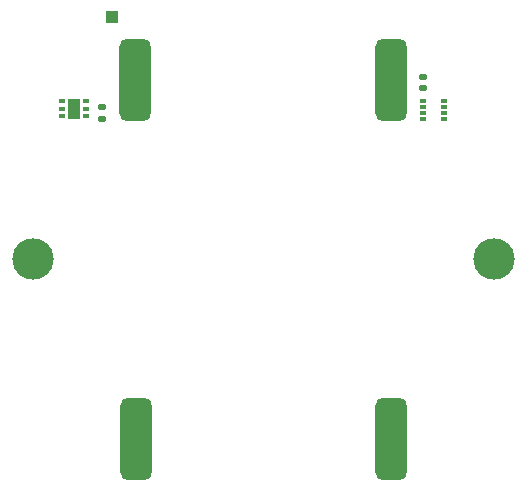
<source format=gts>
G04 #@! TF.GenerationSoftware,KiCad,Pcbnew,7.0.2*
G04 #@! TF.CreationDate,2023-06-06T15:17:54-04:00*
G04 #@! TF.ProjectId,TopExternalFaceRev1,546f7045-7874-4657-926e-616c46616365,rev?*
G04 #@! TF.SameCoordinates,Original*
G04 #@! TF.FileFunction,Soldermask,Top*
G04 #@! TF.FilePolarity,Negative*
%FSLAX46Y46*%
G04 Gerber Fmt 4.6, Leading zero omitted, Abs format (unit mm)*
G04 Created by KiCad (PCBNEW 7.0.2) date 2023-06-06 15:17:54*
%MOMM*%
%LPD*%
G01*
G04 APERTURE LIST*
G04 Aperture macros list*
%AMRoundRect*
0 Rectangle with rounded corners*
0 $1 Rounding radius*
0 $2 $3 $4 $5 $6 $7 $8 $9 X,Y pos of 4 corners*
0 Add a 4 corners polygon primitive as box body*
4,1,4,$2,$3,$4,$5,$6,$7,$8,$9,$2,$3,0*
0 Add four circle primitives for the rounded corners*
1,1,$1+$1,$2,$3*
1,1,$1+$1,$4,$5*
1,1,$1+$1,$6,$7*
1,1,$1+$1,$8,$9*
0 Add four rect primitives between the rounded corners*
20,1,$1+$1,$2,$3,$4,$5,0*
20,1,$1+$1,$4,$5,$6,$7,0*
20,1,$1+$1,$6,$7,$8,$9,0*
20,1,$1+$1,$8,$9,$2,$3,0*%
G04 Aperture macros list end*
%ADD10C,3.500000*%
%ADD11R,1.000000X1.000000*%
%ADD12RoundRect,0.140000X-0.170000X0.140000X-0.170000X-0.140000X0.170000X-0.140000X0.170000X0.140000X0*%
%ADD13RoundRect,0.140000X0.170000X-0.140000X0.170000X0.140000X-0.170000X0.140000X-0.170000X-0.140000X0*%
%ADD14R,0.620000X0.300000*%
%ADD15RoundRect,0.660750X0.660750X2.839250X-0.660750X2.839250X-0.660750X-2.839250X0.660750X-2.839250X0*%
%ADD16RoundRect,0.660750X-0.660750X-2.839250X0.660750X-2.839250X0.660750X2.839250X-0.660750X2.839250X0*%
%ADD17R,0.600000X0.350000*%
%ADD18R,1.100000X1.700000*%
G04 APERTURE END LIST*
D10*
X144500000Y-125100000D03*
X105500000Y-125100000D03*
D11*
X112200000Y-104600000D03*
D12*
X138500000Y-109620000D03*
X138500000Y-110580000D03*
D13*
X111300000Y-113180000D03*
X111300000Y-112220000D03*
D14*
X138500000Y-111700000D03*
X138500000Y-112200000D03*
X138500000Y-112700000D03*
X138500000Y-113200000D03*
X140320000Y-113200000D03*
X140320000Y-112700000D03*
X140320000Y-112200000D03*
X140320000Y-111700000D03*
D15*
X114178500Y-140300000D03*
X135821500Y-140300000D03*
D16*
X135800000Y-109900000D03*
X114157000Y-109900000D03*
D17*
X107900000Y-111700000D03*
X107900000Y-112350000D03*
X107900000Y-113000000D03*
X110000000Y-113000000D03*
X110000000Y-112350000D03*
X110000000Y-111700000D03*
D18*
X108950000Y-112350000D03*
M02*

</source>
